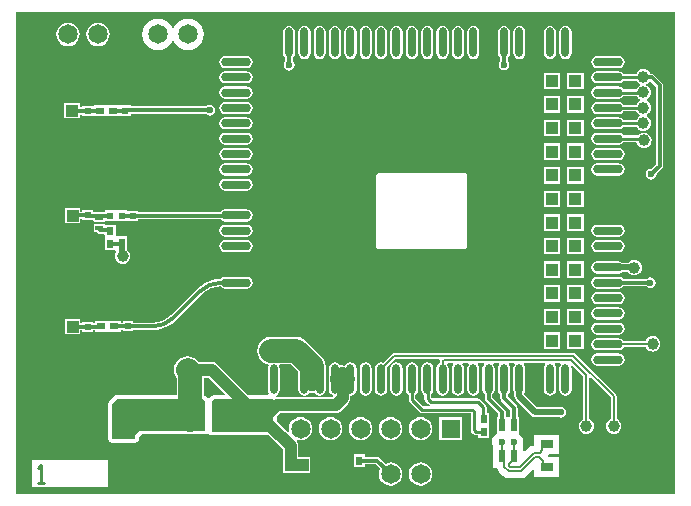
<source format=gtl>
G04*
G04 #@! TF.GenerationSoftware,Altium Limited,Altium Designer,20.0.13 (296)*
G04*
G04 Layer_Physical_Order=1*
G04 Layer_Color=255*
%FSLAX25Y25*%
%MOIN*%
G70*
G01*
G75*
%ADD11C,0.00787*%
%ADD15R,0.02362X0.04134*%
%ADD16R,0.04331X0.02559*%
%ADD17R,0.02559X0.01378*%
%ADD18R,0.08661X0.04134*%
%ADD19R,0.04134X0.03937*%
%ADD20R,0.02362X0.02953*%
%ADD21R,0.02953X0.02362*%
%ADD22R,0.04921X0.07087*%
G04:AMPARAMS|DCode=23|XSize=98.43mil|YSize=28.35mil|CornerRadius=14.17mil|HoleSize=0mil|Usage=FLASHONLY|Rotation=180.000|XOffset=0mil|YOffset=0mil|HoleType=Round|Shape=RoundedRectangle|*
%AMROUNDEDRECTD23*
21,1,0.09843,0.00000,0,0,180.0*
21,1,0.07008,0.02835,0,0,180.0*
1,1,0.02835,-0.03504,0.00000*
1,1,0.02835,0.03504,0.00000*
1,1,0.02835,0.03504,0.00000*
1,1,0.02835,-0.03504,0.00000*
%
%ADD23ROUNDEDRECTD23*%
G04:AMPARAMS|DCode=24|XSize=98.43mil|YSize=28.35mil|CornerRadius=14.17mil|HoleSize=0mil|Usage=FLASHONLY|Rotation=270.000|XOffset=0mil|YOffset=0mil|HoleType=Round|Shape=RoundedRectangle|*
%AMROUNDEDRECTD24*
21,1,0.09843,0.00000,0,0,270.0*
21,1,0.07008,0.02835,0,0,270.0*
1,1,0.02835,0.00000,-0.03504*
1,1,0.02835,0.00000,0.03504*
1,1,0.02835,0.00000,0.03504*
1,1,0.02835,0.00000,-0.03504*
%
%ADD24ROUNDEDRECTD24*%
%ADD25R,0.07874X0.11811*%
%ADD26R,0.04331X0.04331*%
%ADD27R,0.07874X0.04331*%
%ADD28R,0.03150X0.04331*%
%ADD29R,0.04331X0.07874*%
%ADD30R,0.04331X0.03150*%
%ADD31R,0.02441X0.02205*%
%ADD32R,0.02205X0.02441*%
%ADD55C,0.01201*%
%ADD56C,0.01200*%
%ADD57C,0.02000*%
%ADD58C,0.01181*%
%ADD59C,0.07874*%
%ADD60C,0.03937*%
%ADD61C,0.01000*%
%ADD62C,0.03937*%
%ADD63R,0.06496X0.06496*%
%ADD64C,0.06496*%
%ADD65C,0.02362*%
G36*
X221063Y1535D02*
X1575D01*
Y162205D01*
X221063D01*
Y1535D01*
D02*
G37*
%LPC*%
G36*
X58740Y159978D02*
X57370Y159798D01*
X56093Y159269D01*
X54997Y158428D01*
X54156Y157332D01*
X53990Y156931D01*
X53490D01*
X53324Y157332D01*
X52483Y158428D01*
X51387Y159269D01*
X50110Y159798D01*
X48740Y159978D01*
X47370Y159798D01*
X46093Y159269D01*
X44997Y158428D01*
X44156Y157332D01*
X43627Y156055D01*
X43447Y154685D01*
X43627Y153315D01*
X44156Y152038D01*
X44997Y150942D01*
X46093Y150101D01*
X47370Y149572D01*
X48740Y149392D01*
X50110Y149572D01*
X51387Y150101D01*
X52483Y150942D01*
X53324Y152038D01*
X53490Y152439D01*
X53990D01*
X54156Y152038D01*
X54997Y150942D01*
X56093Y150101D01*
X57370Y149572D01*
X58740Y149392D01*
X60110Y149572D01*
X61387Y150101D01*
X62483Y150942D01*
X63324Y152038D01*
X63853Y153315D01*
X64033Y154685D01*
X63853Y156055D01*
X63324Y157332D01*
X62483Y158428D01*
X61387Y159269D01*
X60110Y159798D01*
X58740Y159978D01*
D02*
G37*
G36*
X28740Y158557D02*
X27738Y158425D01*
X26804Y158038D01*
X26002Y157423D01*
X25387Y156621D01*
X25000Y155687D01*
X24869Y154685D01*
X25000Y153683D01*
X25387Y152749D01*
X26002Y151947D01*
X26804Y151332D01*
X27738Y150945D01*
X28740Y150813D01*
X29742Y150945D01*
X30676Y151332D01*
X31478Y151947D01*
X32093Y152749D01*
X32480Y153683D01*
X32612Y154685D01*
X32480Y155687D01*
X32093Y156621D01*
X31478Y157423D01*
X30676Y158038D01*
X29742Y158425D01*
X28740Y158557D01*
D02*
G37*
G36*
X18740D02*
X17738Y158425D01*
X16804Y158038D01*
X16002Y157423D01*
X15387Y156621D01*
X15000Y155687D01*
X14868Y154685D01*
X15000Y153683D01*
X15387Y152749D01*
X16002Y151947D01*
X16804Y151332D01*
X17738Y150945D01*
X18740Y150813D01*
X19742Y150945D01*
X20676Y151332D01*
X21478Y151947D01*
X22093Y152749D01*
X22480Y153683D01*
X22612Y154685D01*
X22480Y155687D01*
X22093Y156621D01*
X21478Y157423D01*
X20676Y158038D01*
X19742Y158425D01*
X18740Y158557D01*
D02*
G37*
G36*
X184547Y157598D02*
X183764Y157443D01*
X183100Y156999D01*
X182656Y156335D01*
X182500Y155551D01*
Y148543D01*
X182656Y147760D01*
X183100Y147096D01*
X183764Y146652D01*
X184547Y146496D01*
X185331Y146652D01*
X185995Y147096D01*
X186439Y147760D01*
X186594Y148543D01*
Y155551D01*
X186439Y156335D01*
X185995Y156999D01*
X185331Y157443D01*
X184547Y157598D01*
D02*
G37*
G36*
X179429D02*
X178646Y157443D01*
X177981Y156999D01*
X177538Y156335D01*
X177382Y155551D01*
Y148543D01*
X177538Y147760D01*
X177981Y147096D01*
X178646Y146652D01*
X179429Y146496D01*
X180213Y146652D01*
X180877Y147096D01*
X181321Y147760D01*
X181476Y148543D01*
Y155551D01*
X181321Y156335D01*
X180877Y156999D01*
X180213Y157443D01*
X179429Y157598D01*
D02*
G37*
G36*
X169193D02*
X168410Y157443D01*
X167745Y156999D01*
X167301Y156335D01*
X167146Y155551D01*
Y148543D01*
X167301Y147760D01*
X167745Y147096D01*
X168410Y146652D01*
X169193Y146496D01*
X169976Y146652D01*
X170641Y147096D01*
X171084Y147760D01*
X171240Y148543D01*
Y155551D01*
X171084Y156335D01*
X170641Y156999D01*
X169976Y157443D01*
X169193Y157598D01*
D02*
G37*
G36*
X153839D02*
X153055Y157443D01*
X152391Y156999D01*
X151947Y156335D01*
X151791Y155551D01*
Y148543D01*
X151947Y147760D01*
X152391Y147096D01*
X153055Y146652D01*
X153839Y146496D01*
X154622Y146652D01*
X155286Y147096D01*
X155730Y147760D01*
X155886Y148543D01*
Y155551D01*
X155730Y156335D01*
X155286Y156999D01*
X154622Y157443D01*
X153839Y157598D01*
D02*
G37*
G36*
X148721D02*
X147937Y157443D01*
X147273Y156999D01*
X146829Y156335D01*
X146673Y155551D01*
Y148543D01*
X146829Y147760D01*
X147273Y147096D01*
X147937Y146652D01*
X148721Y146496D01*
X149504Y146652D01*
X150168Y147096D01*
X150612Y147760D01*
X150768Y148543D01*
Y155551D01*
X150612Y156335D01*
X150168Y156999D01*
X149504Y157443D01*
X148721Y157598D01*
D02*
G37*
G36*
X143602D02*
X142819Y157443D01*
X142155Y156999D01*
X141711Y156335D01*
X141555Y155551D01*
Y148543D01*
X141711Y147760D01*
X142155Y147096D01*
X142819Y146652D01*
X143602Y146496D01*
X144386Y146652D01*
X145050Y147096D01*
X145494Y147760D01*
X145650Y148543D01*
Y155551D01*
X145494Y156335D01*
X145050Y156999D01*
X144386Y157443D01*
X143602Y157598D01*
D02*
G37*
G36*
X138484D02*
X137701Y157443D01*
X137037Y156999D01*
X136593Y156335D01*
X136437Y155551D01*
Y148543D01*
X136593Y147760D01*
X137037Y147096D01*
X137701Y146652D01*
X138484Y146496D01*
X139268Y146652D01*
X139932Y147096D01*
X140376Y147760D01*
X140532Y148543D01*
Y155551D01*
X140376Y156335D01*
X139932Y156999D01*
X139268Y157443D01*
X138484Y157598D01*
D02*
G37*
G36*
X133366D02*
X132583Y157443D01*
X131919Y156999D01*
X131475Y156335D01*
X131319Y155551D01*
Y148543D01*
X131475Y147760D01*
X131919Y147096D01*
X132583Y146652D01*
X133366Y146496D01*
X134150Y146652D01*
X134814Y147096D01*
X135257Y147760D01*
X135413Y148543D01*
Y155551D01*
X135257Y156335D01*
X134814Y156999D01*
X134150Y157443D01*
X133366Y157598D01*
D02*
G37*
G36*
X128248D02*
X127465Y157443D01*
X126800Y156999D01*
X126357Y156335D01*
X126201Y155551D01*
Y148543D01*
X126357Y147760D01*
X126800Y147096D01*
X127465Y146652D01*
X128248Y146496D01*
X129032Y146652D01*
X129696Y147096D01*
X130139Y147760D01*
X130295Y148543D01*
Y155551D01*
X130139Y156335D01*
X129696Y156999D01*
X129032Y157443D01*
X128248Y157598D01*
D02*
G37*
G36*
X123130D02*
X122346Y157443D01*
X121682Y156999D01*
X121239Y156335D01*
X121083Y155551D01*
Y148543D01*
X121239Y147760D01*
X121682Y147096D01*
X122346Y146652D01*
X123130Y146496D01*
X123913Y146652D01*
X124577Y147096D01*
X125021Y147760D01*
X125177Y148543D01*
Y155551D01*
X125021Y156335D01*
X124577Y156999D01*
X123913Y157443D01*
X123130Y157598D01*
D02*
G37*
G36*
X118012D02*
X117228Y157443D01*
X116564Y156999D01*
X116120Y156335D01*
X115965Y155551D01*
Y148543D01*
X116120Y147760D01*
X116564Y147096D01*
X117228Y146652D01*
X118012Y146496D01*
X118795Y146652D01*
X119459Y147096D01*
X119903Y147760D01*
X120059Y148543D01*
Y155551D01*
X119903Y156335D01*
X119459Y156999D01*
X118795Y157443D01*
X118012Y157598D01*
D02*
G37*
G36*
X112894D02*
X112110Y157443D01*
X111446Y156999D01*
X111002Y156335D01*
X110846Y155551D01*
Y148543D01*
X111002Y147760D01*
X111446Y147096D01*
X112110Y146652D01*
X112894Y146496D01*
X113677Y146652D01*
X114341Y147096D01*
X114785Y147760D01*
X114941Y148543D01*
Y155551D01*
X114785Y156335D01*
X114341Y156999D01*
X113677Y157443D01*
X112894Y157598D01*
D02*
G37*
G36*
X107776D02*
X106992Y157443D01*
X106328Y156999D01*
X105884Y156335D01*
X105728Y155551D01*
Y148543D01*
X105884Y147760D01*
X106328Y147096D01*
X106992Y146652D01*
X107776Y146496D01*
X108559Y146652D01*
X109223Y147096D01*
X109667Y147760D01*
X109823Y148543D01*
Y155551D01*
X109667Y156335D01*
X109223Y156999D01*
X108559Y157443D01*
X107776Y157598D01*
D02*
G37*
G36*
X102657D02*
X101874Y157443D01*
X101210Y156999D01*
X100766Y156335D01*
X100610Y155551D01*
Y148543D01*
X100766Y147760D01*
X101210Y147096D01*
X101874Y146652D01*
X102657Y146496D01*
X103441Y146652D01*
X104105Y147096D01*
X104549Y147760D01*
X104705Y148543D01*
Y155551D01*
X104549Y156335D01*
X104105Y156999D01*
X103441Y157443D01*
X102657Y157598D01*
D02*
G37*
G36*
X97539D02*
X96756Y157443D01*
X96092Y156999D01*
X95648Y156335D01*
X95492Y155551D01*
Y148543D01*
X95648Y147760D01*
X96092Y147096D01*
X96756Y146652D01*
X97539Y146496D01*
X98323Y146652D01*
X98987Y147096D01*
X99431Y147760D01*
X99587Y148543D01*
Y155551D01*
X99431Y156335D01*
X98987Y156999D01*
X98323Y157443D01*
X97539Y157598D01*
D02*
G37*
G36*
X202224Y147598D02*
X195217D01*
X194433Y147443D01*
X193769Y146999D01*
X193325Y146335D01*
X193169Y145551D01*
X193325Y144768D01*
X193769Y144104D01*
X194433Y143660D01*
X195217Y143504D01*
X202224D01*
X203008Y143660D01*
X203672Y144104D01*
X204116Y144768D01*
X204272Y145551D01*
X204116Y146335D01*
X203672Y146999D01*
X203008Y147443D01*
X202224Y147598D01*
D02*
G37*
G36*
X78209D02*
X71201D01*
X70417Y147443D01*
X69753Y146999D01*
X69309Y146335D01*
X69154Y145551D01*
X69309Y144768D01*
X69753Y144104D01*
X70417Y143660D01*
X71201Y143504D01*
X78209D01*
X78992Y143660D01*
X79656Y144104D01*
X80100Y144768D01*
X80256Y145551D01*
X80100Y146335D01*
X79656Y146999D01*
X78992Y147443D01*
X78209Y147598D01*
D02*
G37*
G36*
X164075Y157598D02*
X163291Y157443D01*
X162627Y156999D01*
X162183Y156335D01*
X162028Y155551D01*
Y148543D01*
X162183Y147760D01*
X162627Y147096D01*
X162861Y146940D01*
Y145873D01*
X162817Y145844D01*
X162426Y145258D01*
X162288Y144567D01*
X162426Y143876D01*
X162817Y143290D01*
X163403Y142898D01*
X164094Y142761D01*
X164786Y142898D01*
X165372Y143290D01*
X165763Y143876D01*
X165901Y144567D01*
X165763Y145258D01*
X165372Y145844D01*
X165289Y145900D01*
Y146940D01*
X165522Y147096D01*
X165966Y147760D01*
X166122Y148543D01*
Y155551D01*
X165966Y156335D01*
X165522Y156999D01*
X164858Y157443D01*
X164075Y157598D01*
D02*
G37*
G36*
X92421D02*
X91638Y157443D01*
X90974Y156999D01*
X90530Y156335D01*
X90374Y155551D01*
Y148543D01*
X90530Y147760D01*
X90974Y147096D01*
X91207Y146940D01*
Y145768D01*
X91203Y145765D01*
X90812Y145179D01*
X90674Y144488D01*
X90812Y143797D01*
X91203Y143211D01*
X91789Y142819D01*
X92480Y142682D01*
X93172Y142819D01*
X93758Y143211D01*
X94149Y143797D01*
X94287Y144488D01*
X94149Y145179D01*
X93758Y145765D01*
X93635Y145847D01*
Y146940D01*
X93869Y147096D01*
X94313Y147760D01*
X94468Y148543D01*
Y155551D01*
X94313Y156335D01*
X93869Y156999D01*
X93205Y157443D01*
X92421Y157598D01*
D02*
G37*
G36*
X210512Y143132D02*
X209844Y143044D01*
X209221Y142787D01*
X208687Y142376D01*
X208277Y141842D01*
X208154Y141545D01*
X203896D01*
X203672Y141881D01*
X203008Y142324D01*
X202224Y142480D01*
X195217D01*
X194433Y142324D01*
X193769Y141881D01*
X193325Y141217D01*
X193169Y140433D01*
X193325Y139650D01*
X193769Y138986D01*
X194433Y138542D01*
X195217Y138386D01*
X202224D01*
X203008Y138542D01*
X203672Y138986D01*
X203896Y139321D01*
X208251D01*
X208277Y139261D01*
X208687Y138726D01*
X209221Y138316D01*
X209445Y138223D01*
Y137682D01*
X209221Y137590D01*
X208687Y137179D01*
X208277Y136645D01*
X208186Y136427D01*
X203896D01*
X203672Y136763D01*
X203008Y137206D01*
X202224Y137362D01*
X195217D01*
X194433Y137206D01*
X193769Y136763D01*
X193325Y136098D01*
X193169Y135315D01*
X193325Y134531D01*
X193769Y133867D01*
X194433Y133424D01*
X195217Y133268D01*
X202224D01*
X203008Y133424D01*
X203672Y133867D01*
X203896Y134203D01*
X208219D01*
X208277Y134064D01*
X208687Y133529D01*
X209221Y133119D01*
X209302Y133086D01*
Y132544D01*
X209221Y132511D01*
X208687Y132101D01*
X208277Y131566D01*
X208170Y131309D01*
X203896D01*
X203672Y131644D01*
X203008Y132088D01*
X202224Y132244D01*
X195217D01*
X194433Y132088D01*
X193769Y131644D01*
X193325Y130980D01*
X193169Y130197D01*
X193325Y129413D01*
X193769Y128749D01*
X194433Y128305D01*
X195217Y128150D01*
X202224D01*
X203008Y128305D01*
X203672Y128749D01*
X203896Y129085D01*
X208235D01*
X208277Y128985D01*
X208687Y128451D01*
X209221Y128040D01*
X209397Y127967D01*
Y127426D01*
X209221Y127353D01*
X208687Y126943D01*
X208277Y126409D01*
X208186Y126191D01*
X203896D01*
X203672Y126526D01*
X203008Y126970D01*
X202224Y127126D01*
X195217D01*
X194433Y126970D01*
X193769Y126526D01*
X193325Y125862D01*
X193169Y125079D01*
X193325Y124295D01*
X193769Y123631D01*
X194433Y123187D01*
X195217Y123031D01*
X202224D01*
X203008Y123187D01*
X203672Y123631D01*
X203896Y123967D01*
X208219D01*
X208277Y123828D01*
X208687Y123293D01*
X209221Y122883D01*
X209844Y122625D01*
X210512Y122537D01*
X211180Y122625D01*
X211802Y122883D01*
X212337Y123293D01*
X212747Y123828D01*
X213005Y124450D01*
X213093Y125118D01*
X213005Y125786D01*
X212747Y126409D01*
X212337Y126943D01*
X211802Y127353D01*
X211627Y127426D01*
Y127967D01*
X211802Y128040D01*
X212337Y128451D01*
X212747Y128985D01*
X213005Y129607D01*
X213093Y130276D01*
X213005Y130944D01*
X212747Y131566D01*
X212337Y132101D01*
X211802Y132511D01*
X211722Y132544D01*
Y133086D01*
X211802Y133119D01*
X212337Y133529D01*
X212747Y134064D01*
X213005Y134686D01*
X213093Y135354D01*
X213005Y136022D01*
X212747Y136645D01*
X212337Y137179D01*
X211802Y137590D01*
X211579Y137682D01*
Y138223D01*
X211802Y138316D01*
X212337Y138726D01*
X212438Y138857D01*
X213088Y138897D01*
X214770Y137214D01*
Y111487D01*
X213224Y109941D01*
X213150Y109956D01*
X212458Y109818D01*
X211872Y109427D01*
X211481Y108841D01*
X211343Y108150D01*
X211481Y107458D01*
X211872Y106872D01*
X212458Y106481D01*
X213150Y106343D01*
X213841Y106481D01*
X214427Y106872D01*
X214819Y107458D01*
X214956Y108150D01*
X214941Y108224D01*
X216843Y110126D01*
X216843Y110126D01*
X217106Y110520D01*
X217198Y110984D01*
X217198Y110984D01*
Y137716D01*
X217198Y137716D01*
X217106Y138181D01*
X216843Y138575D01*
X216843Y138575D01*
X214165Y141252D01*
X213772Y141515D01*
X213307Y141608D01*
X213307Y141608D01*
X212844D01*
X212747Y141842D01*
X212337Y142376D01*
X211802Y142787D01*
X211180Y143044D01*
X210512Y143132D01*
D02*
G37*
G36*
X78209Y142480D02*
X71201D01*
X70417Y142324D01*
X69753Y141881D01*
X69309Y141217D01*
X69154Y140433D01*
X69309Y139650D01*
X69753Y138986D01*
X70417Y138542D01*
X71201Y138386D01*
X78209D01*
X78992Y138542D01*
X79656Y138986D01*
X80100Y139650D01*
X80256Y140433D01*
X80100Y141217D01*
X79656Y141881D01*
X78992Y142324D01*
X78209Y142480D01*
D02*
G37*
G36*
X190650Y142008D02*
X185138D01*
Y136496D01*
X190650D01*
Y142008D01*
D02*
G37*
G36*
X182776D02*
X177264D01*
Y136496D01*
X182776D01*
Y142008D01*
D02*
G37*
G36*
X78209Y137362D02*
X71201D01*
X70417Y137206D01*
X69753Y136763D01*
X69309Y136098D01*
X69154Y135315D01*
X69309Y134531D01*
X69753Y133867D01*
X70417Y133424D01*
X71201Y133268D01*
X78209D01*
X78992Y133424D01*
X79656Y133867D01*
X80100Y134531D01*
X80256Y135315D01*
X80100Y136098D01*
X79656Y136763D01*
X78992Y137206D01*
X78209Y137362D01*
D02*
G37*
G36*
X190650Y134134D02*
X185138D01*
Y128622D01*
X190650D01*
Y134134D01*
D02*
G37*
G36*
X182776D02*
X177264D01*
Y128622D01*
X182776D01*
Y134134D01*
D02*
G37*
G36*
X78209Y132244D02*
X71201D01*
X70417Y132088D01*
X69753Y131644D01*
X69309Y130980D01*
X69154Y130197D01*
X69309Y129413D01*
X69753Y128749D01*
X70417Y128305D01*
X71201Y128150D01*
X78209D01*
X78992Y128305D01*
X79656Y128749D01*
X80100Y129413D01*
X80256Y130197D01*
X80100Y130980D01*
X79656Y131644D01*
X78992Y132088D01*
X78209Y132244D01*
D02*
G37*
G36*
X22835Y131849D02*
X17520D01*
Y126731D01*
X22835D01*
Y127998D01*
X23504D01*
Y127520D01*
X27126D01*
Y127520D01*
X27343Y127480D01*
X27343Y127480D01*
X27610Y127480D01*
X31173D01*
X31476Y127480D01*
X31976Y127480D01*
X35807D01*
Y127480D01*
X36024Y127638D01*
X39646D01*
Y128274D01*
X64625D01*
X64668Y128211D01*
X65254Y127819D01*
X65945Y127682D01*
X66636Y127819D01*
X67222Y128211D01*
X67614Y128797D01*
X67751Y129488D01*
X67614Y130179D01*
X67222Y130765D01*
X66636Y131157D01*
X65945Y131295D01*
X65254Y131157D01*
X64668Y130765D01*
X64625Y130702D01*
X39646D01*
Y131024D01*
X36024D01*
Y131024D01*
X35807Y131024D01*
Y131024D01*
X31976D01*
X31673Y131024D01*
X31173Y131024D01*
X27343D01*
Y131024D01*
X27126Y130905D01*
X23504D01*
Y130427D01*
X22835D01*
Y131849D01*
D02*
G37*
G36*
X78209Y127126D02*
X71201D01*
X70417Y126970D01*
X69753Y126526D01*
X69309Y125862D01*
X69154Y125079D01*
X69309Y124295D01*
X69753Y123631D01*
X70417Y123187D01*
X71201Y123031D01*
X78209D01*
X78992Y123187D01*
X79656Y123631D01*
X80100Y124295D01*
X80256Y125079D01*
X80100Y125862D01*
X79656Y126526D01*
X78992Y126970D01*
X78209Y127126D01*
D02*
G37*
G36*
X190650Y126260D02*
X185138D01*
Y120748D01*
X190650D01*
Y126260D01*
D02*
G37*
G36*
X182776D02*
X177264D01*
Y120748D01*
X182776D01*
Y126260D01*
D02*
G37*
G36*
X78209Y122008D02*
X71201D01*
X70417Y121852D01*
X69753Y121408D01*
X69309Y120744D01*
X69154Y119961D01*
X69309Y119177D01*
X69753Y118513D01*
X70417Y118069D01*
X71201Y117913D01*
X78209D01*
X78992Y118069D01*
X79656Y118513D01*
X80100Y119177D01*
X80256Y119961D01*
X80100Y120744D01*
X79656Y121408D01*
X78992Y121852D01*
X78209Y122008D01*
D02*
G37*
G36*
X202224D02*
X195217D01*
X194433Y121852D01*
X193769Y121408D01*
X193325Y120744D01*
X193169Y119961D01*
X193325Y119177D01*
X193769Y118513D01*
X194433Y118069D01*
X195217Y117913D01*
X202224D01*
X203008Y118069D01*
X203672Y118513D01*
X203896Y118849D01*
X208193D01*
X208212Y118705D01*
X208470Y118083D01*
X208880Y117549D01*
X209415Y117138D01*
X210037Y116880D01*
X210705Y116793D01*
X211373Y116880D01*
X211996Y117138D01*
X212530Y117549D01*
X212941Y118083D01*
X213198Y118705D01*
X213286Y119374D01*
X213198Y120042D01*
X212941Y120664D01*
X212530Y121199D01*
X211996Y121609D01*
X211373Y121867D01*
X210705Y121955D01*
X210037Y121867D01*
X209415Y121609D01*
X208880Y121199D01*
X208783Y121072D01*
X203896D01*
X203672Y121408D01*
X203008Y121852D01*
X202224Y122008D01*
D02*
G37*
G36*
X190650Y118386D02*
X185138D01*
Y112874D01*
X190650D01*
Y118386D01*
D02*
G37*
G36*
X182776D02*
X177264D01*
Y112874D01*
X182776D01*
Y118386D01*
D02*
G37*
G36*
X202224Y116890D02*
X195217D01*
X194433Y116734D01*
X193769Y116290D01*
X193325Y115626D01*
X193169Y114842D01*
X193325Y114059D01*
X193769Y113395D01*
X194433Y112951D01*
X195217Y112795D01*
X202224D01*
X203008Y112951D01*
X203672Y113395D01*
X204116Y114059D01*
X204272Y114842D01*
X204116Y115626D01*
X203672Y116290D01*
X203008Y116734D01*
X202224Y116890D01*
D02*
G37*
G36*
X78209D02*
X71201D01*
X70417Y116734D01*
X69753Y116290D01*
X69309Y115626D01*
X69154Y114842D01*
X69309Y114059D01*
X69753Y113395D01*
X70417Y112951D01*
X71201Y112795D01*
X78209D01*
X78992Y112951D01*
X79656Y113395D01*
X80100Y114059D01*
X80256Y114842D01*
X80100Y115626D01*
X79656Y116290D01*
X78992Y116734D01*
X78209Y116890D01*
D02*
G37*
G36*
X202224Y111772D02*
X195217D01*
X194433Y111616D01*
X193769Y111172D01*
X193325Y110508D01*
X193169Y109724D01*
X193325Y108941D01*
X193769Y108277D01*
X194433Y107833D01*
X195217Y107677D01*
X202224D01*
X203008Y107833D01*
X203672Y108277D01*
X204116Y108941D01*
X204272Y109724D01*
X204116Y110508D01*
X203672Y111172D01*
X203008Y111616D01*
X202224Y111772D01*
D02*
G37*
G36*
X78209D02*
X71201D01*
X70417Y111616D01*
X69753Y111172D01*
X69309Y110508D01*
X69154Y109724D01*
X69309Y108941D01*
X69753Y108277D01*
X70417Y107833D01*
X71201Y107677D01*
X78209D01*
X78992Y107833D01*
X79656Y108277D01*
X80100Y108941D01*
X80256Y109724D01*
X80100Y110508D01*
X79656Y111172D01*
X78992Y111616D01*
X78209Y111772D01*
D02*
G37*
G36*
X190650Y110512D02*
X185138D01*
Y105000D01*
X190650D01*
Y110512D01*
D02*
G37*
G36*
X182776D02*
X177264D01*
Y105000D01*
X182776D01*
Y110512D01*
D02*
G37*
G36*
X78209Y106653D02*
X71201D01*
X70417Y106498D01*
X69753Y106054D01*
X69309Y105390D01*
X69154Y104606D01*
X69309Y103823D01*
X69753Y103159D01*
X70417Y102715D01*
X71201Y102559D01*
X78209D01*
X78992Y102715D01*
X79656Y103159D01*
X80100Y103823D01*
X80256Y104606D01*
X80100Y105390D01*
X79656Y106054D01*
X78992Y106498D01*
X78209Y106653D01*
D02*
G37*
G36*
X190650Y102638D02*
X185138D01*
Y97126D01*
X190650D01*
Y102638D01*
D02*
G37*
G36*
X182776D02*
X177264D01*
Y97126D01*
X182776D01*
Y102638D01*
D02*
G37*
G36*
X22914Y96888D02*
X17599D01*
Y91770D01*
X22914D01*
Y93156D01*
X23525D01*
Y92716D01*
X27147D01*
X27264Y92323D01*
X31004D01*
Y92323D01*
X31142Y92441D01*
X34421D01*
X34528Y92441D01*
X34921D01*
X35028Y92441D01*
X38307D01*
Y92441D01*
X38622Y92598D01*
X42244D01*
Y93116D01*
X69624D01*
X69753Y92923D01*
X70417Y92479D01*
X71201Y92323D01*
X78209D01*
X78992Y92479D01*
X79656Y92923D01*
X80100Y93587D01*
X80256Y94370D01*
X80100Y95153D01*
X79656Y95818D01*
X78992Y96262D01*
X78209Y96417D01*
X71201D01*
X70417Y96262D01*
X69753Y95818D01*
X69571Y95545D01*
X42244D01*
Y95984D01*
X38622D01*
Y95984D01*
X38307Y96063D01*
X38307Y96063D01*
X38155Y96063D01*
X35028D01*
X34921Y96063D01*
X34528D01*
X34421Y96063D01*
X31142D01*
Y95388D01*
X29370D01*
X28977Y95466D01*
X27147D01*
Y96101D01*
X23525D01*
Y95584D01*
X22914D01*
Y96888D01*
D02*
G37*
G36*
X190650Y94764D02*
X185138D01*
Y89252D01*
X190650D01*
Y94764D01*
D02*
G37*
G36*
X182776D02*
X177264D01*
Y89252D01*
X182776D01*
Y94764D01*
D02*
G37*
G36*
X202224Y91299D02*
X195217D01*
X194433Y91143D01*
X193769Y90700D01*
X193325Y90035D01*
X193169Y89252D01*
X193325Y88468D01*
X193769Y87804D01*
X194433Y87361D01*
X195217Y87205D01*
X202224D01*
X203008Y87361D01*
X203672Y87804D01*
X204116Y88468D01*
X204272Y89252D01*
X204116Y90035D01*
X203672Y90700D01*
X203008Y91143D01*
X202224Y91299D01*
D02*
G37*
G36*
X78209D02*
X71201D01*
X70417Y91143D01*
X69753Y90700D01*
X69309Y90035D01*
X69154Y89252D01*
X69309Y88468D01*
X69753Y87804D01*
X70417Y87361D01*
X71201Y87205D01*
X78209D01*
X78992Y87361D01*
X79656Y87804D01*
X80100Y88468D01*
X80256Y89252D01*
X80100Y90035D01*
X79656Y90700D01*
X78992Y91143D01*
X78209Y91299D01*
D02*
G37*
G36*
X151142Y108513D02*
X122205D01*
X121753Y108326D01*
X121565Y107874D01*
Y83976D01*
X121753Y83524D01*
X122205Y83337D01*
X151142D01*
X151594Y83524D01*
X151781Y83976D01*
Y107874D01*
X151594Y108326D01*
X151142Y108513D01*
D02*
G37*
G36*
X202224Y86181D02*
X195217D01*
X194433Y86025D01*
X193769Y85581D01*
X193325Y84917D01*
X193169Y84134D01*
X193325Y83350D01*
X193769Y82686D01*
X194433Y82243D01*
X195217Y82087D01*
X202224D01*
X203008Y82243D01*
X203672Y82686D01*
X204116Y83350D01*
X204272Y84134D01*
X204116Y84917D01*
X203672Y85581D01*
X203008Y86025D01*
X202224Y86181D01*
D02*
G37*
G36*
X78209D02*
X71201D01*
X70417Y86025D01*
X69753Y85581D01*
X69309Y84917D01*
X69154Y84134D01*
X69309Y83350D01*
X69753Y82686D01*
X70417Y82243D01*
X71201Y82087D01*
X78209D01*
X78992Y82243D01*
X79656Y82686D01*
X80100Y83350D01*
X80256Y84134D01*
X80100Y84917D01*
X79656Y85581D01*
X78992Y86025D01*
X78209Y86181D01*
D02*
G37*
G36*
X190650Y86890D02*
X185138D01*
Y81378D01*
X190650D01*
Y86890D01*
D02*
G37*
G36*
X182776D02*
X177264D01*
Y81378D01*
X182776D01*
Y86890D01*
D02*
G37*
G36*
X207520Y79550D02*
X206852Y79462D01*
X206229Y79204D01*
X205695Y78794D01*
X205599Y78669D01*
X203411D01*
X203008Y78939D01*
X202224Y79094D01*
X195217D01*
X194433Y78939D01*
X193769Y78495D01*
X193325Y77831D01*
X193169Y77047D01*
X193325Y76264D01*
X193769Y75600D01*
X194433Y75156D01*
X195217Y75000D01*
X202224D01*
X203008Y75156D01*
X203411Y75425D01*
X205478D01*
X205695Y75143D01*
X206229Y74733D01*
X206852Y74475D01*
X207520Y74387D01*
X208188Y74475D01*
X208810Y74733D01*
X209345Y75143D01*
X209755Y75678D01*
X210013Y76300D01*
X210101Y76968D01*
X210013Y77636D01*
X209755Y78259D01*
X209345Y78794D01*
X208810Y79204D01*
X208188Y79462D01*
X207520Y79550D01*
D02*
G37*
G36*
X31004Y91535D02*
X27264D01*
Y88976D01*
X28228D01*
X28275Y88905D01*
X28571Y88610D01*
X28964Y88347D01*
X29429Y88254D01*
X30709D01*
X31063Y87901D01*
X31063Y87106D01*
X31063Y86606D01*
Y82776D01*
X34112D01*
X34209Y82776D01*
X34570Y82775D01*
X34746Y82583D01*
X34851Y82322D01*
X34694Y82117D01*
X34436Y81495D01*
X34348Y80827D01*
X34436Y80159D01*
X34694Y79536D01*
X35104Y79002D01*
X35639Y78591D01*
X36261Y78334D01*
X36929Y78246D01*
X37597Y78334D01*
X38220Y78591D01*
X38754Y79002D01*
X39164Y79536D01*
X39422Y80159D01*
X39510Y80827D01*
X39422Y81495D01*
X39164Y82117D01*
X38754Y82652D01*
X38413Y82914D01*
Y83976D01*
X38465D01*
Y87362D01*
X35106D01*
X34843Y87362D01*
X34606Y87764D01*
Y91240D01*
X31063D01*
X31004Y91535D01*
D02*
G37*
G36*
X190650Y79016D02*
X185138D01*
Y73504D01*
X190650D01*
Y79016D01*
D02*
G37*
G36*
X182776D02*
X177264D01*
Y73504D01*
X182776D01*
Y79016D01*
D02*
G37*
G36*
X202224Y73976D02*
X195217D01*
X194433Y73821D01*
X193769Y73377D01*
X193325Y72712D01*
X193169Y71929D01*
X193325Y71146D01*
X193769Y70481D01*
X194433Y70038D01*
X195217Y69882D01*
X202224D01*
X203008Y70038D01*
X203672Y70481D01*
X203848Y70745D01*
X211561D01*
X211597Y70691D01*
X212183Y70300D01*
X212874Y70162D01*
X213565Y70300D01*
X214151Y70691D01*
X214543Y71277D01*
X214680Y71969D01*
X214543Y72660D01*
X214151Y73246D01*
X213565Y73637D01*
X212874Y73775D01*
X212183Y73637D01*
X211597Y73246D01*
X211535Y73153D01*
X203821D01*
X203672Y73377D01*
X203008Y73821D01*
X202224Y73976D01*
D02*
G37*
G36*
X78209D02*
X71201D01*
X70417Y73821D01*
X69753Y73377D01*
X69602Y73151D01*
X67898Y73016D01*
X66185Y72605D01*
X64558Y71931D01*
X63056Y71011D01*
X61716Y69867D01*
X61724Y69859D01*
X53055Y61189D01*
X53025Y61144D01*
X51732Y60083D01*
X50210Y59270D01*
X48559Y58769D01*
X46895Y58605D01*
X46842Y58616D01*
X40551D01*
Y59095D01*
X36929D01*
Y58616D01*
X36279D01*
Y59173D01*
X32449D01*
X32146Y59173D01*
X31646Y59173D01*
X27815D01*
Y58498D01*
X27126D01*
Y58976D01*
X23504D01*
Y58498D01*
X22914D01*
Y59841D01*
X17599D01*
Y54723D01*
X22914D01*
Y56069D01*
X23504D01*
Y55591D01*
X27126D01*
Y56069D01*
X27815D01*
Y55630D01*
X31646D01*
X31949Y55630D01*
X32449Y55630D01*
X36279D01*
Y56187D01*
X36929D01*
Y55709D01*
X40551D01*
Y56187D01*
X46842D01*
Y56176D01*
X48598Y56314D01*
X50311Y56726D01*
X51938Y57399D01*
X53440Y58320D01*
X54780Y59464D01*
X54772Y59472D01*
X63441Y68142D01*
X63471Y68186D01*
X64764Y69247D01*
X66286Y70061D01*
X67937Y70561D01*
X69591Y70724D01*
X69753Y70481D01*
X70417Y70038D01*
X71201Y69882D01*
X78209D01*
X78992Y70038D01*
X79656Y70481D01*
X80100Y71146D01*
X80256Y71929D01*
X80100Y72712D01*
X79656Y73377D01*
X78992Y73821D01*
X78209Y73976D01*
D02*
G37*
G36*
X190650Y71142D02*
X185138D01*
Y65630D01*
X190650D01*
Y71142D01*
D02*
G37*
G36*
X182776D02*
X177264D01*
Y65630D01*
X182776D01*
Y71142D01*
D02*
G37*
G36*
X202224Y68858D02*
X195217D01*
X194433Y68702D01*
X193769Y68259D01*
X193325Y67594D01*
X193169Y66811D01*
X193325Y66028D01*
X193769Y65363D01*
X194433Y64920D01*
X195217Y64764D01*
X202224D01*
X203008Y64920D01*
X203672Y65363D01*
X204116Y66028D01*
X204272Y66811D01*
X204116Y67594D01*
X203672Y68259D01*
X203008Y68702D01*
X202224Y68858D01*
D02*
G37*
G36*
Y63740D02*
X195217D01*
X194433Y63584D01*
X193769Y63140D01*
X193325Y62476D01*
X193169Y61693D01*
X193325Y60909D01*
X193769Y60245D01*
X194433Y59802D01*
X195217Y59646D01*
X202224D01*
X203008Y59802D01*
X203672Y60245D01*
X204116Y60909D01*
X204272Y61693D01*
X204116Y62476D01*
X203672Y63140D01*
X203008Y63584D01*
X202224Y63740D01*
D02*
G37*
G36*
X190650Y63268D02*
X185138D01*
Y57756D01*
X190650D01*
Y63268D01*
D02*
G37*
G36*
X182776D02*
X177264D01*
Y57756D01*
X182776D01*
Y63268D01*
D02*
G37*
G36*
X202224Y58622D02*
X195217D01*
X194433Y58466D01*
X193769Y58022D01*
X193325Y57358D01*
X193169Y56575D01*
X193325Y55791D01*
X193769Y55127D01*
X194433Y54683D01*
X195217Y54528D01*
X202224D01*
X203008Y54683D01*
X203672Y55127D01*
X204116Y55791D01*
X204272Y56575D01*
X204116Y57358D01*
X203672Y58022D01*
X203008Y58466D01*
X202224Y58622D01*
D02*
G37*
G36*
X213661Y54117D02*
X212993Y54029D01*
X212371Y53771D01*
X211836Y53361D01*
X211426Y52826D01*
X211291Y52500D01*
X203942D01*
X203672Y52904D01*
X203008Y53348D01*
X202224Y53504D01*
X195217D01*
X194433Y53348D01*
X193769Y52904D01*
X193325Y52240D01*
X193169Y51457D01*
X193325Y50673D01*
X193769Y50009D01*
X194433Y49565D01*
X195217Y49409D01*
X202224D01*
X203008Y49565D01*
X203672Y50009D01*
X203995Y50493D01*
X211323D01*
X211426Y50245D01*
X211836Y49710D01*
X212371Y49300D01*
X212993Y49042D01*
X213661Y48954D01*
X214330Y49042D01*
X214952Y49300D01*
X215487Y49710D01*
X215897Y50245D01*
X216155Y50867D01*
X216243Y51535D01*
X216155Y52204D01*
X215897Y52826D01*
X215487Y53361D01*
X214952Y53771D01*
X214330Y54029D01*
X213661Y54117D01*
D02*
G37*
G36*
X190650Y55394D02*
X185138D01*
Y49882D01*
X190650D01*
Y55394D01*
D02*
G37*
G36*
X182776D02*
X177264D01*
Y49882D01*
X182776D01*
Y55394D01*
D02*
G37*
G36*
X202224Y48386D02*
X195217D01*
X194433Y48230D01*
X193769Y47786D01*
X193325Y47122D01*
X193169Y46339D01*
X193325Y45555D01*
X193769Y44891D01*
X194433Y44447D01*
X195217Y44291D01*
X202224D01*
X203008Y44447D01*
X203672Y44891D01*
X204116Y45555D01*
X204272Y46339D01*
X204116Y47122D01*
X203672Y47786D01*
X203008Y48230D01*
X202224Y48386D01*
D02*
G37*
G36*
X94884Y53858D02*
X94884Y53858D01*
X86339D01*
X85157Y53702D01*
X84055Y53246D01*
X83109Y52520D01*
X82384Y51575D01*
X81928Y50473D01*
X81772Y49291D01*
X81928Y48109D01*
X82384Y47008D01*
X83109Y46062D01*
X84055Y45336D01*
X85157Y44880D01*
X85383Y44851D01*
X85589Y44395D01*
X85412Y44130D01*
X85256Y43346D01*
Y36339D01*
X85412Y35555D01*
X85755Y35042D01*
X85546Y34542D01*
X78715D01*
X68518Y44739D01*
X67984Y45149D01*
X67361Y45407D01*
X66693Y45494D01*
X62499D01*
X61851Y46143D01*
X60905Y46868D01*
X59804Y47324D01*
X58622Y47480D01*
X57440Y47324D01*
X56339Y46868D01*
X55393Y46143D01*
X54667Y45197D01*
X54211Y44095D01*
X54055Y42913D01*
X54211Y41732D01*
X54667Y40630D01*
X54922Y40299D01*
Y34551D01*
X35079D01*
X34618Y34459D01*
X34227Y34198D01*
X32534Y32505D01*
X32273Y32114D01*
X32182Y31653D01*
X32182Y31653D01*
Y19921D01*
X32219Y19732D01*
X32243Y19540D01*
X32265Y19503D01*
X32273Y19460D01*
X32381Y19300D01*
X32476Y19132D01*
X32510Y19106D01*
X32534Y19070D01*
X32695Y18962D01*
X32847Y18844D01*
X32926Y18805D01*
X32968Y18793D01*
X33004Y18769D01*
X33193Y18732D01*
X33379Y18681D01*
X33422Y18686D01*
X33465Y18678D01*
X41221D01*
X41681Y18769D01*
X42072Y19030D01*
X42333Y19421D01*
X42425Y19882D01*
Y20525D01*
X43334Y21434D01*
X64567Y21433D01*
X65028Y21525D01*
X65167Y21618D01*
X65167Y21619D01*
X65393Y21639D01*
X65768Y21548D01*
X65830Y21506D01*
X65850Y21477D01*
X65850Y21477D01*
X65850Y21476D01*
X66041Y21349D01*
X66240Y21215D01*
X66241Y21215D01*
X66241Y21215D01*
X66465Y21171D01*
X66701Y21124D01*
X85707Y21116D01*
X90411Y16411D01*
Y11378D01*
X90433Y11210D01*
Y8425D01*
X99488D01*
Y13937D01*
X95573D01*
Y17480D01*
X95485Y18148D01*
X95227Y18771D01*
X94926Y19163D01*
X95241Y19574D01*
X95258Y19567D01*
X96260Y19435D01*
X97262Y19567D01*
X98196Y19954D01*
X98998Y20569D01*
X99613Y21371D01*
X100000Y22305D01*
X100132Y23307D01*
X100000Y24309D01*
X99613Y25243D01*
X98998Y26045D01*
X98196Y26660D01*
X97262Y27047D01*
X96260Y27179D01*
X95258Y27047D01*
X94324Y26660D01*
X93522Y26045D01*
X92907Y25243D01*
X92520Y24309D01*
X92388Y23307D01*
X92520Y22305D01*
X92093Y22030D01*
X88378Y25745D01*
Y27366D01*
X89534Y28521D01*
X108028D01*
X108696Y28609D01*
X109319Y28867D01*
X109853Y29277D01*
X112160Y31583D01*
X112570Y32118D01*
X112828Y32741D01*
X112916Y33409D01*
Y34296D01*
X113677Y34447D01*
X114341Y34891D01*
X114785Y35555D01*
X114941Y36339D01*
Y43346D01*
X114785Y44130D01*
X114341Y44794D01*
X113677Y45238D01*
X112894Y45394D01*
X112110Y45238D01*
X111446Y44794D01*
X111107Y44287D01*
X110177Y44409D01*
X109537Y44325D01*
X109223Y44794D01*
X108559Y45238D01*
X107776Y45394D01*
X106992Y45238D01*
X106328Y44794D01*
X105884Y44130D01*
X105728Y43346D01*
Y40738D01*
X105611Y39843D01*
X105728Y38947D01*
Y36339D01*
X105884Y35555D01*
X106328Y34891D01*
X106939Y34483D01*
X107070Y33985D01*
X107074Y33957D01*
X106849Y33683D01*
X88465D01*
X88313Y33664D01*
X88287Y33799D01*
X88181Y33956D01*
X88112Y34314D01*
X88309Y34596D01*
X88751Y34891D01*
X89195Y35555D01*
X89350Y36339D01*
Y43346D01*
X89195Y44130D01*
X89092Y44284D01*
X89327Y44725D01*
X92992D01*
X95492Y42225D01*
Y36339D01*
X95648Y35555D01*
X96092Y34891D01*
X96756Y34447D01*
X97539Y34291D01*
X98323Y34447D01*
X98987Y34891D01*
X99313Y35379D01*
X100098Y35276D01*
X100884Y35379D01*
X101210Y34891D01*
X101874Y34447D01*
X102657Y34291D01*
X103441Y34447D01*
X104105Y34891D01*
X104549Y35555D01*
X104705Y36339D01*
Y43346D01*
X104665Y43546D01*
Y44076D01*
X104665Y44077D01*
X104509Y45259D01*
X104053Y46360D01*
X103328Y47306D01*
X103328Y47306D01*
X98113Y52520D01*
X97167Y53246D01*
X96066Y53702D01*
X95516Y53775D01*
X94884Y53858D01*
D02*
G37*
G36*
X128248Y45394D02*
X127465Y45238D01*
X126800Y44794D01*
X126357Y44130D01*
X126201Y43346D01*
Y36339D01*
X126357Y35555D01*
X126800Y34891D01*
X127465Y34447D01*
X128248Y34291D01*
X129032Y34447D01*
X129696Y34891D01*
X130139Y35555D01*
X130295Y36339D01*
Y43346D01*
X130139Y44130D01*
X129696Y44794D01*
X129032Y45238D01*
X128248Y45394D01*
D02*
G37*
G36*
X118012D02*
X117228Y45238D01*
X116564Y44794D01*
X116120Y44130D01*
X115965Y43346D01*
Y36339D01*
X116120Y35555D01*
X116564Y34891D01*
X117228Y34447D01*
X118012Y34291D01*
X118795Y34447D01*
X119459Y34891D01*
X119903Y35555D01*
X120059Y36339D01*
Y43346D01*
X119903Y44130D01*
X119459Y44794D01*
X118795Y45238D01*
X118012Y45394D01*
D02*
G37*
G36*
X138484D02*
X137701Y45238D01*
X137037Y44794D01*
X136593Y44130D01*
X136437Y43346D01*
Y36339D01*
X136593Y35555D01*
X137037Y34891D01*
X137549Y34548D01*
Y33307D01*
X137549Y33307D01*
X137634Y32882D01*
X137875Y32521D01*
X138899Y31497D01*
X139260Y31256D01*
X139450Y31218D01*
X139401Y30718D01*
X137232D01*
X134478Y33472D01*
Y34667D01*
X134814Y34891D01*
X135257Y35555D01*
X135413Y36339D01*
Y43346D01*
X135257Y44130D01*
X134814Y44794D01*
X134150Y45238D01*
X133366Y45394D01*
X132583Y45238D01*
X131919Y44794D01*
X131475Y44130D01*
X131319Y43346D01*
Y36339D01*
X131475Y35555D01*
X131919Y34891D01*
X132254Y34667D01*
Y33012D01*
X132254Y33012D01*
X132339Y32586D01*
X132580Y32226D01*
X135985Y28820D01*
X136346Y28579D01*
X136772Y28494D01*
X136772Y28494D01*
X152983D01*
Y22751D01*
X152983Y22751D01*
X153067Y22326D01*
X153308Y21965D01*
X153894Y21379D01*
X153894Y21379D01*
X154255Y21138D01*
X154680Y21053D01*
X155551D01*
Y20098D01*
X159095D01*
Y23929D01*
X159095Y24232D01*
X159095Y24732D01*
Y28563D01*
X158284D01*
Y30544D01*
X158200Y30970D01*
X157958Y31331D01*
X157958Y31331D01*
X156219Y33070D01*
X155859Y33311D01*
X155433Y33395D01*
X155433Y33395D01*
X140146D01*
X139773Y33768D01*
Y34785D01*
X139932Y34891D01*
X140376Y35555D01*
X140532Y36339D01*
Y43346D01*
X140376Y44130D01*
X139932Y44794D01*
X139268Y45238D01*
X138484Y45394D01*
D02*
G37*
G36*
X187244Y48563D02*
X127342D01*
X126959Y48486D01*
X126633Y48269D01*
X123654Y45289D01*
X123130Y45394D01*
X122346Y45238D01*
X121682Y44794D01*
X121239Y44130D01*
X121083Y43346D01*
Y36339D01*
X121239Y35555D01*
X121682Y34891D01*
X122346Y34447D01*
X123130Y34291D01*
X123913Y34447D01*
X124577Y34891D01*
X125021Y35555D01*
X125177Y36339D01*
Y43346D01*
X125073Y43870D01*
X127758Y46556D01*
X142376D01*
X142651Y46141D01*
X142666Y46055D01*
X142599Y45720D01*
Y45091D01*
X142155Y44794D01*
X141711Y44130D01*
X141555Y43346D01*
Y36339D01*
X141711Y35555D01*
X142155Y34891D01*
X142819Y34447D01*
X143602Y34291D01*
X144386Y34447D01*
X145050Y34891D01*
X145494Y35555D01*
X145650Y36339D01*
Y43346D01*
X145494Y44130D01*
X145128Y44678D01*
X145272Y45078D01*
X145349Y45178D01*
X147015D01*
X147195Y44678D01*
X146829Y44130D01*
X146673Y43346D01*
Y36339D01*
X146829Y35555D01*
X147273Y34891D01*
X147937Y34447D01*
X148721Y34291D01*
X149504Y34447D01*
X150168Y34891D01*
X150612Y35555D01*
X150768Y36339D01*
Y43346D01*
X150612Y44130D01*
X150246Y44678D01*
X150426Y45178D01*
X152134D01*
X152313Y44678D01*
X151947Y44130D01*
X151791Y43346D01*
Y36339D01*
X151947Y35555D01*
X152391Y34891D01*
X153055Y34447D01*
X153839Y34291D01*
X154622Y34447D01*
X155286Y34891D01*
X155730Y35555D01*
X155886Y36339D01*
Y43346D01*
X155730Y44130D01*
X155364Y44678D01*
X155544Y45178D01*
X157252D01*
X157431Y44678D01*
X157065Y44130D01*
X156910Y43346D01*
Y36339D01*
X157065Y35555D01*
X157509Y34891D01*
X157743Y34735D01*
Y33327D01*
X157743Y33327D01*
X157835Y32862D01*
X158098Y32468D01*
X162251Y28316D01*
Y27283D01*
X161693D01*
Y21969D01*
X161693Y21969D01*
X161531Y21536D01*
X160988Y21119D01*
X160478Y20454D01*
X160157Y19680D01*
X160048Y18850D01*
X160157Y18020D01*
X160284Y17715D01*
Y10126D01*
X161852D01*
X161960Y9587D01*
X162489Y8796D01*
X163880Y7404D01*
X164672Y6875D01*
X165606Y6689D01*
X169838D01*
X170772Y6875D01*
X171564Y7404D01*
X173719Y9559D01*
X174181Y9368D01*
Y7272D01*
X182512D01*
Y13831D01*
X179089D01*
X178812Y14245D01*
X178789Y14269D01*
X179013Y14752D01*
X182512D01*
Y21311D01*
X174181D01*
Y17638D01*
X173957D01*
X173023Y17452D01*
X172231Y16923D01*
X171045Y15736D01*
X170583Y15927D01*
Y18260D01*
X170583D01*
X170429Y18436D01*
X170496Y18950D01*
X170387Y19780D01*
X170066Y20554D01*
X169556Y21219D01*
X169211Y21484D01*
X169173Y21969D01*
X169173Y21969D01*
X169173Y21969D01*
Y27283D01*
X168615D01*
Y30158D01*
X168523Y30622D01*
X168260Y31016D01*
X168260Y31016D01*
X165289Y33987D01*
Y34735D01*
X165522Y34891D01*
X165966Y35555D01*
X166122Y36339D01*
Y43346D01*
X165966Y44130D01*
X165600Y44678D01*
X165780Y45178D01*
X167488D01*
X167667Y44678D01*
X167301Y44130D01*
X167146Y43346D01*
Y36339D01*
X167301Y35555D01*
X167571Y35151D01*
Y34075D01*
X167695Y33454D01*
X168046Y32928D01*
X173342Y27633D01*
X173868Y27281D01*
X174488Y27158D01*
X182191D01*
X182262Y27111D01*
X182953Y26973D01*
X183644Y27111D01*
X184230Y27502D01*
X184622Y28088D01*
X184759Y28780D01*
X184622Y29471D01*
X184230Y30057D01*
X183644Y30448D01*
X182953Y30586D01*
X182262Y30448D01*
X182191Y30401D01*
X175160D01*
X170815Y34747D01*
Y35151D01*
X171084Y35555D01*
X171240Y36339D01*
Y43346D01*
X171084Y44130D01*
X170718Y44678D01*
X170898Y45178D01*
X177724D01*
X177904Y44678D01*
X177538Y44130D01*
X177382Y43346D01*
Y36339D01*
X177538Y35555D01*
X177981Y34891D01*
X178646Y34447D01*
X179429Y34291D01*
X180213Y34447D01*
X180877Y34891D01*
X181321Y35555D01*
X181476Y36339D01*
Y43346D01*
X181321Y44130D01*
X180955Y44678D01*
X181134Y45178D01*
X182842D01*
X183022Y44678D01*
X182656Y44130D01*
X182500Y43346D01*
Y36339D01*
X182656Y35555D01*
X183100Y34891D01*
X183764Y34447D01*
X184547Y34291D01*
X185331Y34447D01*
X185995Y34891D01*
X186439Y35555D01*
X186594Y36339D01*
Y43346D01*
X186443Y44108D01*
X186464Y44140D01*
X186870Y44388D01*
X190532Y40726D01*
Y26511D01*
X190284Y26409D01*
X189750Y25998D01*
X189339Y25464D01*
X189082Y24841D01*
X188994Y24173D01*
X189082Y23505D01*
X189339Y22883D01*
X189750Y22348D01*
X190284Y21938D01*
X190907Y21680D01*
X191575Y21592D01*
X192243Y21680D01*
X192865Y21938D01*
X193400Y22348D01*
X193810Y22883D01*
X194068Y23505D01*
X194156Y24173D01*
X194068Y24841D01*
X193810Y25464D01*
X193400Y25998D01*
X192865Y26409D01*
X192539Y26544D01*
Y40192D01*
X193001Y40383D01*
X199626Y33757D01*
Y26527D01*
X199339Y26409D01*
X198805Y25998D01*
X198395Y25464D01*
X198137Y24841D01*
X198049Y24173D01*
X198137Y23505D01*
X198395Y22883D01*
X198805Y22348D01*
X199339Y21938D01*
X199962Y21680D01*
X200630Y21592D01*
X201298Y21680D01*
X201921Y21938D01*
X202455Y22348D01*
X202865Y22883D01*
X203123Y23505D01*
X203211Y24173D01*
X203123Y24841D01*
X202865Y25464D01*
X202455Y25998D01*
X201921Y26409D01*
X201633Y26527D01*
Y34173D01*
X201557Y34557D01*
X201340Y34883D01*
X187954Y48269D01*
X187628Y48486D01*
X187244Y48563D01*
D02*
G37*
G36*
X150098Y27146D02*
X142421D01*
Y19468D01*
X150098D01*
Y27146D01*
D02*
G37*
G36*
X136260Y27179D02*
X135258Y27047D01*
X134324Y26660D01*
X133522Y26045D01*
X132907Y25243D01*
X132520Y24309D01*
X132388Y23307D01*
X132520Y22305D01*
X132907Y21371D01*
X133522Y20569D01*
X134324Y19954D01*
X135258Y19567D01*
X136260Y19435D01*
X137262Y19567D01*
X138196Y19954D01*
X138998Y20569D01*
X139613Y21371D01*
X140000Y22305D01*
X140131Y23307D01*
X140000Y24309D01*
X139613Y25243D01*
X138998Y26045D01*
X138196Y26660D01*
X137262Y27047D01*
X136260Y27179D01*
D02*
G37*
G36*
X126260D02*
X125258Y27047D01*
X124324Y26660D01*
X123522Y26045D01*
X122907Y25243D01*
X122520Y24309D01*
X122388Y23307D01*
X122520Y22305D01*
X122907Y21371D01*
X123522Y20569D01*
X124324Y19954D01*
X125258Y19567D01*
X126260Y19435D01*
X127262Y19567D01*
X128196Y19954D01*
X128998Y20569D01*
X129613Y21371D01*
X130000Y22305D01*
X130131Y23307D01*
X130000Y24309D01*
X129613Y25243D01*
X128998Y26045D01*
X128196Y26660D01*
X127262Y27047D01*
X126260Y27179D01*
D02*
G37*
G36*
X116260D02*
X115258Y27047D01*
X114324Y26660D01*
X113522Y26045D01*
X112907Y25243D01*
X112520Y24309D01*
X112388Y23307D01*
X112520Y22305D01*
X112907Y21371D01*
X113522Y20569D01*
X114324Y19954D01*
X115258Y19567D01*
X116260Y19435D01*
X117262Y19567D01*
X118196Y19954D01*
X118998Y20569D01*
X119613Y21371D01*
X120000Y22305D01*
X120132Y23307D01*
X120000Y24309D01*
X119613Y25243D01*
X118998Y26045D01*
X118196Y26660D01*
X117262Y27047D01*
X116260Y27179D01*
D02*
G37*
G36*
X106260D02*
X105258Y27047D01*
X104324Y26660D01*
X103522Y26045D01*
X102907Y25243D01*
X102520Y24309D01*
X102388Y23307D01*
X102520Y22305D01*
X102907Y21371D01*
X103522Y20569D01*
X104324Y19954D01*
X105258Y19567D01*
X106260Y19435D01*
X107262Y19567D01*
X108196Y19954D01*
X108998Y20569D01*
X109613Y21371D01*
X110000Y22305D01*
X110132Y23307D01*
X110000Y24309D01*
X109613Y25243D01*
X108998Y26045D01*
X108196Y26660D01*
X107262Y27047D01*
X106260Y27179D01*
D02*
G37*
G36*
X136260Y12021D02*
X135258Y11889D01*
X134324Y11503D01*
X133522Y10887D01*
X132907Y10086D01*
X132520Y9152D01*
X132388Y8150D01*
X132520Y7147D01*
X132907Y6214D01*
X133522Y5412D01*
X134324Y4797D01*
X135258Y4410D01*
X136260Y4278D01*
X137262Y4410D01*
X138196Y4797D01*
X138998Y5412D01*
X139613Y6214D01*
X140000Y7147D01*
X140131Y8150D01*
X140000Y9152D01*
X139613Y10086D01*
X138998Y10887D01*
X138196Y11503D01*
X137262Y11889D01*
X136260Y12021D01*
D02*
G37*
G36*
X117638Y14705D02*
X114094D01*
Y10571D01*
X117638D01*
Y11424D01*
X121269D01*
X122819Y9874D01*
X122520Y9152D01*
X122388Y8150D01*
X122520Y7147D01*
X122907Y6214D01*
X123522Y5412D01*
X124324Y4797D01*
X125258Y4410D01*
X126260Y4278D01*
X127262Y4410D01*
X128196Y4797D01*
X128998Y5412D01*
X129613Y6214D01*
X130000Y7147D01*
X130131Y8150D01*
X130000Y9152D01*
X129613Y10086D01*
X128998Y10887D01*
X128196Y11503D01*
X127262Y11889D01*
X126260Y12021D01*
X125258Y11889D01*
X124536Y11590D01*
X122630Y13496D01*
X122236Y13759D01*
X121772Y13852D01*
X121772Y13852D01*
X117638D01*
Y14705D01*
D02*
G37*
G36*
X32244Y12913D02*
X6890D01*
Y3819D01*
X7283D01*
Y3740D01*
X13088D01*
Y3819D01*
X32244D01*
Y12913D01*
D02*
G37*
%LPD*%
G36*
X70952Y35004D02*
X70761Y34542D01*
X67472D01*
X67471Y34542D01*
X67011Y34450D01*
X66620Y34189D01*
X65917Y33486D01*
X65734Y33429D01*
X65282Y33469D01*
X64552Y34198D01*
X64162Y34459D01*
X64055Y34480D01*
Y40332D01*
X65624D01*
X70952Y35004D01*
D02*
G37*
G36*
X64567Y32480D02*
X64567Y22638D01*
X42913Y22638D01*
X42874Y22677D01*
X41221Y21024D01*
Y19882D01*
X33465D01*
X33386Y19921D01*
Y31653D01*
X35079Y33347D01*
X63701D01*
X64567Y32480D01*
D02*
G37*
G36*
X87174Y22673D02*
X86820Y22319D01*
X66702Y22328D01*
X66702Y32568D01*
X67471Y33338D01*
X87174Y33338D01*
Y22673D01*
D02*
G37*
G36*
X162549Y44678D02*
X162183Y44130D01*
X162028Y43346D01*
Y36339D01*
X162183Y35555D01*
X162627Y34891D01*
X162861Y34735D01*
Y33484D01*
X162861Y33484D01*
X162953Y33020D01*
X163216Y32626D01*
X166188Y29655D01*
Y27283D01*
X165630D01*
Y27283D01*
X165236D01*
Y27283D01*
X164678D01*
Y28819D01*
X164678Y28819D01*
X164586Y29283D01*
X164323Y29677D01*
X164323Y29677D01*
X160171Y33830D01*
Y34735D01*
X160404Y34891D01*
X160848Y35555D01*
X161004Y36339D01*
Y43346D01*
X160848Y44130D01*
X160482Y44678D01*
X160662Y45178D01*
X162370D01*
X162549Y44678D01*
D02*
G37*
D11*
X163256Y14401D02*
X164214Y13443D01*
Y10521D02*
X165606Y9130D01*
X164214Y10521D02*
Y13443D01*
X165606Y9130D02*
X169838D01*
X165716Y11621D02*
X167402Y13307D01*
X165716Y10969D02*
Y11621D01*
Y10969D02*
X166177Y10508D01*
X169838Y9130D02*
X174528Y13819D01*
X169268Y10508D02*
X173957Y15197D01*
X166177Y10508D02*
X169268D01*
X174528Y13819D02*
X175787D01*
X177087Y11220D02*
Y12520D01*
X175787Y13819D02*
X177087Y12520D01*
X163256Y14401D02*
Y18850D01*
X177692Y18032D02*
X178347D01*
X176807Y16032D02*
Y17146D01*
X177692Y18032D01*
X175971Y15197D02*
X176807Y16032D01*
X173957Y15197D02*
X175971D01*
X167288Y14307D02*
X167340Y14254D01*
X167288Y14307D02*
Y18950D01*
X167402Y13307D02*
Y14193D01*
X198721Y51457D02*
X198760Y51496D01*
X213622D01*
X213661Y51535D01*
X191535Y24173D02*
Y41142D01*
X200630Y24173D02*
Y34173D01*
X127342Y47559D02*
X187244D01*
X200630Y34173D01*
X123130Y39843D02*
Y43346D01*
X127342Y47559D01*
X143602Y39843D02*
Y45720D01*
X144064Y46181D01*
X186496D01*
X191535Y41142D01*
D15*
X163465Y24626D02*
D03*
Y14193D02*
D03*
X167402D02*
D03*
Y24626D02*
D03*
D16*
X178347Y18032D02*
D03*
Y10551D02*
D03*
X187402Y14291D02*
D03*
D17*
X29134Y93602D02*
D03*
Y90256D02*
D03*
D18*
X14253Y63089D02*
D03*
Y51475D02*
D03*
Y100136D02*
D03*
Y88522D02*
D03*
X14174Y135097D02*
D03*
Y123483D02*
D03*
D19*
X20256Y57282D02*
D03*
Y94329D02*
D03*
X20178Y129290D02*
D03*
D20*
X32835Y84842D02*
D03*
Y89173D02*
D03*
X115866Y8307D02*
D03*
Y12638D02*
D03*
X157323Y26496D02*
D03*
Y22165D02*
D03*
D21*
X29409Y129252D02*
D03*
X33740D02*
D03*
X34213Y57402D02*
D03*
X29882D02*
D03*
D22*
X59488Y15984D02*
D03*
Y26221D02*
D03*
X83583Y15984D02*
D03*
Y26221D02*
D03*
D23*
X198721Y46339D02*
D03*
Y51457D02*
D03*
Y56575D02*
D03*
Y61693D02*
D03*
Y66811D02*
D03*
Y71929D02*
D03*
Y77047D02*
D03*
Y94370D02*
D03*
Y99488D02*
D03*
Y104606D02*
D03*
Y109724D02*
D03*
Y114842D02*
D03*
Y119961D02*
D03*
Y125079D02*
D03*
Y130197D02*
D03*
Y135315D02*
D03*
Y140433D02*
D03*
Y145551D02*
D03*
X74705D02*
D03*
Y140433D02*
D03*
Y135315D02*
D03*
Y130197D02*
D03*
Y125079D02*
D03*
Y119961D02*
D03*
Y114842D02*
D03*
Y109724D02*
D03*
Y104606D02*
D03*
Y99488D02*
D03*
Y94370D02*
D03*
Y77047D02*
D03*
Y71929D02*
D03*
Y66811D02*
D03*
Y61693D02*
D03*
Y56575D02*
D03*
Y51457D02*
D03*
Y46339D02*
D03*
X198721Y84134D02*
D03*
Y89252D02*
D03*
X74705D02*
D03*
Y84134D02*
D03*
D24*
X174311Y152047D02*
D03*
X169193D02*
D03*
X164075D02*
D03*
X158957D02*
D03*
X153839D02*
D03*
X148721D02*
D03*
X143602D02*
D03*
X138484D02*
D03*
X133366D02*
D03*
X128248D02*
D03*
X123130D02*
D03*
X118012D02*
D03*
X112894D02*
D03*
X107776D02*
D03*
X102657D02*
D03*
X97539D02*
D03*
X92421D02*
D03*
X87303D02*
D03*
Y39843D02*
D03*
X92421D02*
D03*
X97539D02*
D03*
X102657D02*
D03*
X107776D02*
D03*
X112894D02*
D03*
X118012D02*
D03*
X123130D02*
D03*
X128248D02*
D03*
X133366D02*
D03*
X138484D02*
D03*
X143602D02*
D03*
X148721D02*
D03*
X153839D02*
D03*
X158957D02*
D03*
X164075D02*
D03*
X169193D02*
D03*
X174311D02*
D03*
X179429D02*
D03*
X184547D02*
D03*
X179429Y152047D02*
D03*
X184547D02*
D03*
D25*
X104429Y58150D02*
D03*
Y77047D02*
D03*
Y95945D02*
D03*
Y114842D02*
D03*
Y133740D02*
D03*
X117028Y58150D02*
D03*
Y77047D02*
D03*
Y95945D02*
D03*
Y114842D02*
D03*
Y133740D02*
D03*
X130413Y58150D02*
D03*
Y77047D02*
D03*
Y114842D02*
D03*
Y133740D02*
D03*
X143012Y58150D02*
D03*
Y77047D02*
D03*
Y114842D02*
D03*
Y133740D02*
D03*
X156398Y58150D02*
D03*
Y77047D02*
D03*
Y95945D02*
D03*
Y114842D02*
D03*
Y133740D02*
D03*
X168996Y58150D02*
D03*
Y77047D02*
D03*
Y95945D02*
D03*
Y114842D02*
D03*
Y133740D02*
D03*
D26*
X180020Y52638D02*
D03*
Y60512D02*
D03*
Y68386D02*
D03*
Y76260D02*
D03*
Y84134D02*
D03*
Y92008D02*
D03*
Y99882D02*
D03*
Y107756D02*
D03*
Y115630D02*
D03*
Y123504D02*
D03*
Y131378D02*
D03*
Y139252D02*
D03*
X187894Y52638D02*
D03*
Y60512D02*
D03*
Y68386D02*
D03*
Y76260D02*
D03*
Y84134D02*
D03*
Y92008D02*
D03*
Y99882D02*
D03*
Y107756D02*
D03*
Y115630D02*
D03*
Y123504D02*
D03*
Y131378D02*
D03*
Y139252D02*
D03*
D27*
X94961Y11181D02*
D03*
D28*
X102441D02*
D03*
D29*
X37362Y23898D02*
D03*
D30*
Y16417D02*
D03*
D31*
X48297Y20000D02*
D03*
Y23779D02*
D03*
X76917Y20000D02*
D03*
Y23779D02*
D03*
X68513Y20000D02*
D03*
Y23779D02*
D03*
X52499Y20000D02*
D03*
Y23779D02*
D03*
X44094Y20000D02*
D03*
Y23779D02*
D03*
X72715Y20000D02*
D03*
Y23779D02*
D03*
X37835Y125551D02*
D03*
Y129331D02*
D03*
X25315Y132992D02*
D03*
Y129213D02*
D03*
X25336Y90629D02*
D03*
Y94409D02*
D03*
X40433Y98071D02*
D03*
Y94291D02*
D03*
X38740Y53622D02*
D03*
Y57402D02*
D03*
X25315Y61063D02*
D03*
Y57284D02*
D03*
X36654Y89449D02*
D03*
Y85669D02*
D03*
D32*
X36614Y94252D02*
D03*
X32835D02*
D03*
D55*
X69654Y71929D02*
G03*
X62583Y69000I0J-10000D01*
G01*
X46842Y57402D02*
G03*
X53913Y60330I0J10000D01*
G01*
X69654Y71929D02*
X74705D01*
X53913Y60330D02*
X62583Y69000D01*
X38740Y57402D02*
X46842D01*
X34213D02*
X38740D01*
X20258Y57284D02*
X29764D01*
X29882Y57402D01*
X20256Y57282D02*
X20258Y57284D01*
X40413Y94272D02*
X40472Y94331D01*
X74665D01*
X74705Y94370D01*
X36634Y94272D02*
X40413D01*
X36614Y94252D02*
X36634Y94272D01*
X32756Y94173D02*
X32835Y94252D01*
X29213Y94173D02*
X32756D01*
X29134Y94095D02*
X29213Y94173D01*
X32835Y84842D02*
X36230D01*
X32539Y89468D02*
X32835Y89173D01*
X29429Y89468D02*
X32539D01*
X29134Y89764D02*
X29429Y89468D01*
X28977Y94252D02*
X29134Y94095D01*
X25493Y94252D02*
X28977D01*
X25336Y94409D02*
X25493Y94252D01*
X20298Y94370D02*
X25336D01*
X20256Y94329D02*
X20298Y94370D01*
X29390Y129232D02*
X29409Y129252D01*
X25335Y129232D02*
X29390D01*
X25315Y129213D02*
X25335Y129232D01*
X20255Y129213D02*
X25315D01*
X20178Y129290D02*
X20255Y129213D01*
D56*
X92421Y144631D02*
G03*
X92480Y144488I202J0D01*
G01*
X37992Y129488D02*
X65945D01*
X37835Y129331D02*
X37992Y129488D01*
X37795Y129291D02*
X37835Y129331D01*
X33779Y129291D02*
X37795D01*
X33740Y129252D02*
X33779Y129291D01*
X115866Y12638D02*
X121772D01*
X126260Y8150D01*
X164075Y144587D02*
Y152047D01*
Y144587D02*
X164094Y144567D01*
X92421Y144631D02*
Y152047D01*
X164075Y33484D02*
Y39843D01*
X167402Y24626D02*
Y30158D01*
X164075Y33484D02*
X167402Y30158D01*
X158957Y33327D02*
Y39843D01*
X163465Y24626D02*
Y28819D01*
X158957Y33327D02*
X163465Y28819D01*
X210433Y140394D02*
X213307D01*
X210394Y140433D02*
X210433Y140394D01*
X213307D02*
X215984Y137716D01*
X213150Y108150D02*
X215984Y110984D01*
Y137716D01*
D57*
X174488Y28780D02*
X182953D01*
X169193Y34075D02*
X174488Y28780D01*
X36791Y80965D02*
X36929Y80827D01*
X36791Y80965D02*
Y85567D01*
X36689Y85669D02*
X36791Y85567D01*
X36654Y85669D02*
X36689D01*
X169193Y34075D02*
Y39843D01*
X198721Y71929D02*
X198839Y72047D01*
X198721Y77047D02*
X207441D01*
D58*
X212854Y71949D02*
X212874Y71969D01*
X198937Y71949D02*
X212854D01*
X198839Y72047D02*
X198937Y71949D01*
D59*
X100098Y39843D02*
Y44077D01*
X58622Y42913D02*
X59488Y42047D01*
X110177Y39843D02*
X110335Y39685D01*
X59488Y26221D02*
Y42047D01*
X94884Y49291D02*
X100098Y44077D01*
X86339Y49291D02*
X94884D01*
D60*
X84075Y24646D02*
Y26221D01*
Y24646D02*
X85827D01*
X83583Y26221D02*
Y27303D01*
X85827Y24646D02*
X92992Y17480D01*
X83091Y27795D02*
X83583Y27303D01*
X92992Y11378D02*
Y17480D01*
X93189Y11181D02*
X94961D01*
X92992Y11378D02*
X93189Y11181D01*
X66693Y42913D02*
X81811Y27795D01*
X58622Y42913D02*
X66693D01*
X81811Y27795D02*
X83091D01*
X85158D02*
X88465Y31102D01*
X108028D01*
X110335Y33409D01*
Y39685D01*
D61*
X139685Y32283D02*
X155433D01*
X138484Y39843D02*
X138661Y39665D01*
Y33307D02*
X139685Y32283D01*
X138661Y33307D02*
Y39665D01*
X136772Y29606D02*
X153509D01*
X133366Y33012D02*
X136772Y29606D01*
X154095Y22751D02*
Y29021D01*
X153509Y29606D02*
X154095Y29021D01*
Y22751D02*
X154680Y22165D01*
X157323D01*
X133366Y33012D02*
Y39843D01*
X157172Y26647D02*
Y30544D01*
X155433Y32283D02*
X157172Y30544D01*
Y26647D02*
X157323Y26496D01*
X198721Y125079D02*
X210472D01*
X210119Y119959D02*
Y119961D01*
X198721D02*
X210119D01*
X210472Y125079D02*
X210512Y125118D01*
X210119Y119959D02*
X210705Y119374D01*
X210472Y135315D02*
X210512Y135354D01*
X198721Y135315D02*
X210472D01*
X210433Y130197D02*
X210512Y130276D01*
X198721Y130197D02*
X210433D01*
X198721Y140433D02*
X210394D01*
X207441Y77047D02*
X207520Y76968D01*
X8874Y5331D02*
X10842D01*
X9858D01*
Y11234D01*
X8874Y10250D01*
D62*
X200630Y24173D02*
D03*
X191575D02*
D03*
X213661Y51535D02*
D03*
X36929Y80827D02*
D03*
X210705Y119374D02*
D03*
X210512Y125118D02*
D03*
Y135354D02*
D03*
X58622Y42913D02*
D03*
X210512Y130276D02*
D03*
Y140551D02*
D03*
X207520Y76968D02*
D03*
D63*
X146339Y8150D02*
D03*
X8740Y154685D02*
D03*
X146260Y23307D02*
D03*
D64*
X136260Y8150D02*
D03*
X126260D02*
D03*
X28740Y154685D02*
D03*
X18740D02*
D03*
X38740D02*
D03*
X48740D02*
D03*
X58740D02*
D03*
X96260Y23307D02*
D03*
X106260D02*
D03*
X116260D02*
D03*
X136260D02*
D03*
X126260D02*
D03*
D65*
X163256Y18850D02*
D03*
X167288Y18950D02*
D03*
X182953Y28780D02*
D03*
X212874Y71969D02*
D03*
X208268Y25354D02*
D03*
X4173Y14685D02*
D03*
X30089Y15314D02*
D03*
X31693Y33386D02*
D03*
X32008Y47638D02*
D03*
X31693Y119961D02*
D03*
X69095Y155709D02*
D03*
X68465Y149724D02*
D03*
X66929Y142756D02*
D03*
X63898Y145984D02*
D03*
X56968Y73819D02*
D03*
X41457Y76929D02*
D03*
X27126Y104016D02*
D03*
X26299Y139842D02*
D03*
X38583Y137953D02*
D03*
X31732Y145394D02*
D03*
X38865Y145386D02*
D03*
X46137Y145528D02*
D03*
X54976Y143104D02*
D03*
X59095Y138268D02*
D03*
X52267Y138685D02*
D03*
X44291Y139685D02*
D03*
X61968Y119291D02*
D03*
X54134Y119724D02*
D03*
X45866Y118583D02*
D03*
X62835Y104055D02*
D03*
X54843Y103740D02*
D03*
X48845Y103896D02*
D03*
X21186Y77662D02*
D03*
X13504Y77362D02*
D03*
X26024Y68425D02*
D03*
X37520Y68543D02*
D03*
X43858Y65827D02*
D03*
X47323Y68661D02*
D03*
X29882Y76417D02*
D03*
X59961Y78661D02*
D03*
X54331Y78311D02*
D03*
X46654Y77795D02*
D03*
X51614Y84291D02*
D03*
X58622Y85158D02*
D03*
X63583Y84291D02*
D03*
X64921Y57953D02*
D03*
X61339Y53504D02*
D03*
X54173Y49606D02*
D03*
X46457Y46850D02*
D03*
X212638Y28307D02*
D03*
X101693Y3622D02*
D03*
X92441Y4370D02*
D03*
X83976Y2874D02*
D03*
X65276Y3386D02*
D03*
X74488Y3110D02*
D03*
X75000Y13858D02*
D03*
X69764Y13110D02*
D03*
X55551Y4134D02*
D03*
X48583D02*
D03*
X43347D02*
D03*
X37835Y4606D02*
D03*
X46063Y8622D02*
D03*
X51063Y8110D02*
D03*
X50551Y13583D02*
D03*
X46063Y13347D02*
D03*
X29646Y24055D02*
D03*
X28622Y29055D02*
D03*
X26142Y19094D02*
D03*
X18898Y15827D02*
D03*
X17913Y21339D02*
D03*
X13189Y17835D02*
D03*
X7437Y19334D02*
D03*
X5945Y24803D02*
D03*
X11693Y30551D02*
D03*
X12165Y24567D02*
D03*
X18425Y28071D02*
D03*
X22402Y24567D02*
D03*
X22913Y31811D02*
D03*
X18150Y31535D02*
D03*
X6929D02*
D03*
X209646Y7126D02*
D03*
X218858Y17835D02*
D03*
X213858Y97874D02*
D03*
X214124Y86651D02*
D03*
X213858Y79173D02*
D03*
X218425Y23071D02*
D03*
X217362Y35551D02*
D03*
X217598Y29291D02*
D03*
X207402Y20079D02*
D03*
X192677Y6850D02*
D03*
X196181Y12362D02*
D03*
X200276Y18543D02*
D03*
X202480Y11772D02*
D03*
X201890Y5630D02*
D03*
X215869Y5373D02*
D03*
X215276Y12913D02*
D03*
X208386Y14095D02*
D03*
X213228Y59252D02*
D03*
X213386Y21654D02*
D03*
X25394Y53858D02*
D03*
X29724Y53976D02*
D03*
X29528Y60787D02*
D03*
X25157Y97716D02*
D03*
X32835Y97677D02*
D03*
X68541Y74705D02*
D03*
X65256Y73988D02*
D03*
X62269Y72444D02*
D03*
X59743Y70225D02*
D03*
X57366Y67847D02*
D03*
X54989Y65470D02*
D03*
X52611Y63092D02*
D03*
X49980Y60999D02*
D03*
X46697Y60275D02*
D03*
X43335D02*
D03*
X40002Y60720D02*
D03*
X36643Y60568D02*
D03*
X33289Y60807D02*
D03*
X33679Y53997D02*
D03*
X43741Y54528D02*
D03*
X47103Y54558D02*
D03*
X50425Y55073D02*
D03*
X53497Y56439D02*
D03*
X56151Y58504D02*
D03*
X58528Y60882D02*
D03*
X60906Y63259D02*
D03*
X63283Y65636D02*
D03*
X65749Y67922D02*
D03*
X81534Y70482D02*
D03*
X81313Y73837D02*
D03*
X67279Y97204D02*
D03*
X63916D02*
D03*
X60554D02*
D03*
X57192D02*
D03*
X53830D02*
D03*
X50468D02*
D03*
X47105D02*
D03*
X43743D02*
D03*
X37045Y97696D02*
D03*
X42055Y91045D02*
D03*
X45392Y91457D02*
D03*
X48754D02*
D03*
X52116D02*
D03*
X55479D02*
D03*
X58841D02*
D03*
X62203D02*
D03*
X65565D02*
D03*
X81534Y92923D02*
D03*
X89528Y145827D02*
D03*
X87241Y143313D02*
D03*
X84864Y140935D02*
D03*
X82486Y138558D02*
D03*
X67967Y132232D02*
D03*
X64626Y132606D02*
D03*
X61273Y132361D02*
D03*
X57911D02*
D03*
X54548D02*
D03*
X51186D02*
D03*
X47824D02*
D03*
X44462D02*
D03*
X41100D02*
D03*
X37751Y132657D02*
D03*
X34388Y132657D02*
D03*
X31063Y132598D02*
D03*
X29409Y125748D02*
D03*
X33622D02*
D03*
X41506Y126615D02*
D03*
X44868D02*
D03*
X48230D02*
D03*
X51592D02*
D03*
X54954D02*
D03*
X58317D02*
D03*
X61679D02*
D03*
X65017Y126208D02*
D03*
X83659Y131603D02*
D03*
X86036Y133981D02*
D03*
X88414Y136358D02*
D03*
X90791Y138736D02*
D03*
X93169Y141113D02*
D03*
X95675Y143354D02*
D03*
X65945Y129488D02*
D03*
X164094Y144567D02*
D03*
X92480Y144488D02*
D03*
X213150Y108150D02*
D03*
X86339Y49291D02*
D03*
M02*

</source>
